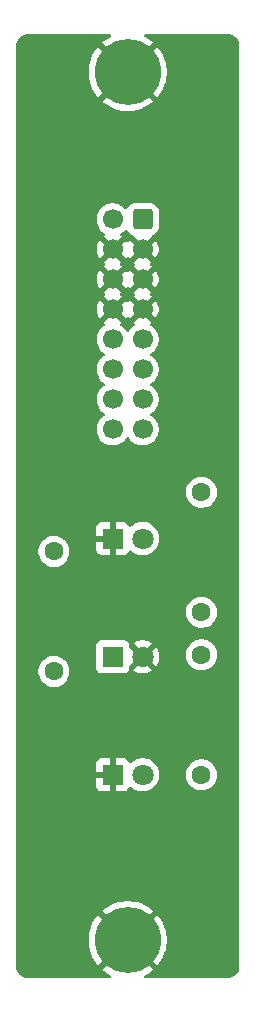
<source format=gbl>
%TF.GenerationSoftware,KiCad,Pcbnew,9.0.3*%
%TF.CreationDate,2026-01-03T20:08:18+00:00*%
%TF.ProjectId,input-panel,696e7075-742d-4706-916e-656c2e6b6963,rev?*%
%TF.SameCoordinates,Original*%
%TF.FileFunction,Copper,L2,Bot*%
%TF.FilePolarity,Positive*%
%FSLAX46Y46*%
G04 Gerber Fmt 4.6, Leading zero omitted, Abs format (unit mm)*
G04 Created by KiCad (PCBNEW 9.0.3) date 2026-01-03 20:08:18*
%MOMM*%
%LPD*%
G01*
G04 APERTURE LIST*
G04 Aperture macros list*
%AMRoundRect*
0 Rectangle with rounded corners*
0 $1 Rounding radius*
0 $2 $3 $4 $5 $6 $7 $8 $9 X,Y pos of 4 corners*
0 Add a 4 corners polygon primitive as box body*
4,1,4,$2,$3,$4,$5,$6,$7,$8,$9,$2,$3,0*
0 Add four circle primitives for the rounded corners*
1,1,$1+$1,$2,$3*
1,1,$1+$1,$4,$5*
1,1,$1+$1,$6,$7*
1,1,$1+$1,$8,$9*
0 Add four rect primitives between the rounded corners*
20,1,$1+$1,$2,$3,$4,$5,0*
20,1,$1+$1,$4,$5,$6,$7,0*
20,1,$1+$1,$6,$7,$8,$9,0*
20,1,$1+$1,$8,$9,$2,$3,0*%
G04 Aperture macros list end*
%TA.AperFunction,ComponentPad*%
%ADD10C,1.600000*%
%TD*%
%TA.AperFunction,ComponentPad*%
%ADD11C,5.600000*%
%TD*%
%TA.AperFunction,ComponentPad*%
%ADD12R,1.800000X1.800000*%
%TD*%
%TA.AperFunction,ComponentPad*%
%ADD13C,1.800000*%
%TD*%
%TA.AperFunction,ComponentPad*%
%ADD14RoundRect,0.250000X0.600000X0.600000X-0.600000X0.600000X-0.600000X-0.600000X0.600000X-0.600000X0*%
%TD*%
%TA.AperFunction,ComponentPad*%
%ADD15C,1.700000*%
%TD*%
G04 APERTURE END LIST*
D10*
%TO.P,R4,1*%
%TO.N,+5V*%
X91250000Y-126090000D03*
%TO.P,R4,2*%
%TO.N,Net-(D5-A)*%
X91250000Y-136250000D03*
%TD*%
D11*
%TO.P,H1,1,1*%
%TO.N,GND*%
X85000000Y-76750000D03*
%TD*%
D10*
%TO.P,R3,1*%
%TO.N,Net-(D4-K)*%
X78750000Y-127500000D03*
%TO.P,R3,2*%
%TO.N,-12V*%
X78750000Y-117340000D03*
%TD*%
D12*
%TO.P,D5,1,K*%
%TO.N,GND*%
X83725000Y-136250000D03*
D13*
%TO.P,D5,2,A*%
%TO.N,Net-(D5-A)*%
X86265000Y-136250000D03*
%TD*%
D10*
%TO.P,R2,1*%
%TO.N,+12V*%
X91250000Y-112340000D03*
%TO.P,R2,2*%
%TO.N,Net-(D3-A)*%
X91250000Y-122500000D03*
%TD*%
D12*
%TO.P,D3,1,K*%
%TO.N,GND*%
X83725000Y-116250000D03*
D13*
%TO.P,D3,2,A*%
%TO.N,Net-(D3-A)*%
X86265000Y-116250000D03*
%TD*%
D12*
%TO.P,D4,1,K*%
%TO.N,Net-(D4-K)*%
X83725000Y-126250000D03*
D13*
%TO.P,D4,2,A*%
%TO.N,GND*%
X86265000Y-126250000D03*
%TD*%
D11*
%TO.P,H2,1,1*%
%TO.N,GND*%
X85000000Y-150250000D03*
%TD*%
D14*
%TO.P,J4,1,-12V*%
%TO.N,-12V*%
X86270000Y-89222500D03*
D15*
%TO.P,J4,2,-12V*%
X83730000Y-89222500D03*
%TO.P,J4,3,GND*%
%TO.N,GND*%
X86270000Y-91762500D03*
%TO.P,J4,4,GND*%
X83730000Y-91762500D03*
%TO.P,J4,5,GND*%
X86270000Y-94302500D03*
%TO.P,J4,6,GND*%
X83730000Y-94302500D03*
%TO.P,J4,7,GND*%
X86270000Y-96842500D03*
%TO.P,J4,8,GND*%
X83730000Y-96842500D03*
%TO.P,J4,9,+12V*%
%TO.N,+12V*%
X86270000Y-99382500D03*
%TO.P,J4,10,+12V*%
X83730000Y-99382500D03*
%TO.P,J4,11,+5V*%
%TO.N,+5V*%
X86270000Y-101922500D03*
%TO.P,J4,12,+5V*%
X83730000Y-101922500D03*
%TO.P,J4,13,CV*%
%TO.N,unconnected-(J4B-CV-Pad13)_1*%
X86270000Y-104462500D03*
%TO.P,J4,14,CV*%
%TO.N,unconnected-(J4B-CV-Pad13)*%
X83730000Y-104462500D03*
%TO.P,J4,15,Gate*%
%TO.N,unconnected-(J4B-Gate-Pad15)*%
X86270000Y-107002500D03*
%TO.P,J4,16,Gate*%
%TO.N,unconnected-(J4B-Gate-Pad15)_1*%
X83730000Y-107002500D03*
%TD*%
%TA.AperFunction,Conductor*%
%TO.N,GND*%
G36*
X85804075Y-97035493D02*
G01*
X85869901Y-97149507D01*
X85962993Y-97242599D01*
X86077007Y-97308425D01*
X86140590Y-97325462D01*
X85508282Y-97957769D01*
X85508282Y-97957770D01*
X85562449Y-97997124D01*
X85562682Y-97997243D01*
X85562755Y-97997312D01*
X85566604Y-97999671D01*
X85566108Y-98000479D01*
X85613479Y-98045216D01*
X85630275Y-98113037D01*
X85607739Y-98179172D01*
X85562693Y-98218209D01*
X85557994Y-98220603D01*
X85384993Y-98346296D01*
X85233796Y-98497493D01*
X85108105Y-98670491D01*
X85105727Y-98674373D01*
X85053914Y-98721248D01*
X84984984Y-98732669D01*
X84920822Y-98705012D01*
X84894273Y-98674373D01*
X84891894Y-98670491D01*
X84891893Y-98670490D01*
X84766206Y-98497496D01*
X84615004Y-98346294D01*
X84442009Y-98220606D01*
X84442010Y-98220606D01*
X84442008Y-98220605D01*
X84437311Y-98218212D01*
X84386517Y-98170235D01*
X84369724Y-98102414D01*
X84392264Y-98036280D01*
X84433790Y-98000301D01*
X84433402Y-97999668D01*
X84437229Y-97997322D01*
X84437327Y-97997238D01*
X84437556Y-97997121D01*
X84491716Y-97957770D01*
X84491717Y-97957770D01*
X83859408Y-97325462D01*
X83922993Y-97308425D01*
X84037007Y-97242599D01*
X84130099Y-97149507D01*
X84195925Y-97035493D01*
X84212962Y-96971908D01*
X84845270Y-97604217D01*
X84845270Y-97604216D01*
X84884622Y-97550054D01*
X84889514Y-97540454D01*
X84937488Y-97489657D01*
X85005308Y-97472861D01*
X85071444Y-97495397D01*
X85110486Y-97540454D01*
X85115375Y-97550050D01*
X85154728Y-97604216D01*
X85787037Y-96971908D01*
X85804075Y-97035493D01*
G37*
%TD.AperFunction*%
%TA.AperFunction,Conductor*%
G36*
X85804075Y-94495493D02*
G01*
X85869901Y-94609507D01*
X85962993Y-94702599D01*
X86077007Y-94768425D01*
X86140590Y-94785462D01*
X85508282Y-95417769D01*
X85508282Y-95417770D01*
X85562452Y-95457126D01*
X85572048Y-95462016D01*
X85622844Y-95509991D01*
X85639638Y-95577812D01*
X85617100Y-95643947D01*
X85572051Y-95682983D01*
X85562440Y-95687880D01*
X85508282Y-95727227D01*
X85508282Y-95727228D01*
X86140591Y-96359537D01*
X86077007Y-96376575D01*
X85962993Y-96442401D01*
X85869901Y-96535493D01*
X85804075Y-96649507D01*
X85787037Y-96713091D01*
X85154728Y-96080782D01*
X85154727Y-96080782D01*
X85115380Y-96134940D01*
X85110483Y-96144551D01*
X85062506Y-96195345D01*
X84994684Y-96212138D01*
X84928550Y-96189598D01*
X84889516Y-96144548D01*
X84884626Y-96134952D01*
X84845270Y-96080782D01*
X84845269Y-96080782D01*
X84212962Y-96713090D01*
X84195925Y-96649507D01*
X84130099Y-96535493D01*
X84037007Y-96442401D01*
X83922993Y-96376575D01*
X83859409Y-96359537D01*
X84491716Y-95727228D01*
X84437550Y-95687875D01*
X84427954Y-95682986D01*
X84377157Y-95635012D01*
X84360361Y-95567192D01*
X84381288Y-95503395D01*
X84460027Y-95386081D01*
X83859408Y-94785462D01*
X83922993Y-94768425D01*
X84037007Y-94702599D01*
X84130099Y-94609507D01*
X84195925Y-94495493D01*
X84212962Y-94431908D01*
X84845270Y-95064217D01*
X84845270Y-95064216D01*
X84884622Y-95010054D01*
X84889514Y-95000454D01*
X84937488Y-94949657D01*
X85005308Y-94932861D01*
X85071444Y-94955397D01*
X85110486Y-95000454D01*
X85115375Y-95010050D01*
X85154728Y-95064216D01*
X85787037Y-94431908D01*
X85804075Y-94495493D01*
G37*
%TD.AperFunction*%
%TA.AperFunction,Conductor*%
G36*
X85804075Y-91955493D02*
G01*
X85869901Y-92069507D01*
X85962993Y-92162599D01*
X86077007Y-92228425D01*
X86140590Y-92245462D01*
X85508282Y-92877769D01*
X85508282Y-92877770D01*
X85562452Y-92917126D01*
X85572048Y-92922016D01*
X85622844Y-92969991D01*
X85639638Y-93037812D01*
X85617100Y-93103947D01*
X85572051Y-93142983D01*
X85562440Y-93147880D01*
X85508282Y-93187227D01*
X85508282Y-93187228D01*
X86140591Y-93819537D01*
X86077007Y-93836575D01*
X85962993Y-93902401D01*
X85869901Y-93995493D01*
X85804075Y-94109507D01*
X85787037Y-94173091D01*
X85154728Y-93540782D01*
X85154727Y-93540782D01*
X85115380Y-93594940D01*
X85110483Y-93604551D01*
X85062506Y-93655345D01*
X84994684Y-93672138D01*
X84928550Y-93649598D01*
X84889516Y-93604548D01*
X84884626Y-93594952D01*
X84845270Y-93540782D01*
X84845269Y-93540782D01*
X84212962Y-94173090D01*
X84195925Y-94109507D01*
X84130099Y-93995493D01*
X84037007Y-93902401D01*
X83922993Y-93836575D01*
X83859409Y-93819537D01*
X84491716Y-93187228D01*
X84437550Y-93147875D01*
X84427954Y-93142986D01*
X84377157Y-93095012D01*
X84360361Y-93027192D01*
X84381288Y-92963395D01*
X84460027Y-92846081D01*
X83859408Y-92245462D01*
X83922993Y-92228425D01*
X84037007Y-92162599D01*
X84130099Y-92069507D01*
X84195925Y-91955493D01*
X84212962Y-91891908D01*
X84845270Y-92524217D01*
X84845270Y-92524216D01*
X84884622Y-92470054D01*
X84889514Y-92460454D01*
X84937488Y-92409657D01*
X85005308Y-92392861D01*
X85071444Y-92415397D01*
X85110486Y-92460454D01*
X85115375Y-92470050D01*
X85154728Y-92524216D01*
X85787037Y-91891908D01*
X85804075Y-91955493D01*
G37*
%TD.AperFunction*%
%TA.AperFunction,Conductor*%
G36*
X84954297Y-90105364D02*
G01*
X84973711Y-90139218D01*
X84974835Y-90138695D01*
X84977884Y-90145235D01*
X84977885Y-90145238D01*
X85070970Y-90296152D01*
X85196348Y-90421530D01*
X85347262Y-90514615D01*
X85422123Y-90539421D01*
X85479568Y-90579194D01*
X85506391Y-90643709D01*
X85506415Y-90645361D01*
X86140591Y-91279537D01*
X86077007Y-91296575D01*
X85962993Y-91362401D01*
X85869901Y-91455493D01*
X85804075Y-91569507D01*
X85787037Y-91633091D01*
X85154728Y-91000782D01*
X85154727Y-91000782D01*
X85115380Y-91054940D01*
X85110483Y-91064551D01*
X85062506Y-91115345D01*
X84994684Y-91132138D01*
X84928550Y-91109598D01*
X84889516Y-91064548D01*
X84884626Y-91054952D01*
X84845270Y-91000782D01*
X84845269Y-91000782D01*
X84212962Y-91633090D01*
X84195925Y-91569507D01*
X84130099Y-91455493D01*
X84037007Y-91362401D01*
X83922993Y-91296575D01*
X83859409Y-91279537D01*
X84491716Y-90647228D01*
X84437547Y-90607873D01*
X84437545Y-90607871D01*
X84437308Y-90607751D01*
X84437234Y-90607681D01*
X84433396Y-90605329D01*
X84433890Y-90604522D01*
X84386515Y-90559774D01*
X84369724Y-90491951D01*
X84392266Y-90425818D01*
X84437319Y-90386783D01*
X84442009Y-90384394D01*
X84615004Y-90258706D01*
X84766206Y-90107504D01*
X84766218Y-90107487D01*
X84766876Y-90106718D01*
X84767210Y-90106499D01*
X84769651Y-90104059D01*
X84770163Y-90104571D01*
X84825380Y-90068520D01*
X84895247Y-90068016D01*
X84954297Y-90105364D01*
G37*
%TD.AperFunction*%
%TA.AperFunction,Conductor*%
G36*
X83548393Y-73574985D02*
G01*
X83594148Y-73627789D01*
X83604092Y-73696947D01*
X83575067Y-73760503D01*
X83539807Y-73788658D01*
X83301419Y-73916079D01*
X83301401Y-73916090D01*
X83031829Y-74096212D01*
X83031815Y-74096222D01*
X82849444Y-74245890D01*
X82849443Y-74245891D01*
X84059301Y-75455748D01*
X83957670Y-75529588D01*
X83779588Y-75707670D01*
X83705748Y-75809301D01*
X82495891Y-74599443D01*
X82495890Y-74599444D01*
X82346222Y-74781815D01*
X82346212Y-74781829D01*
X82166090Y-75051401D01*
X82166079Y-75051419D01*
X82013240Y-75337359D01*
X82013238Y-75337364D01*
X81889157Y-75636921D01*
X81795033Y-75947207D01*
X81795030Y-75947218D01*
X81731782Y-76265198D01*
X81731779Y-76265215D01*
X81700000Y-76587884D01*
X81700000Y-76912115D01*
X81731779Y-77234784D01*
X81731782Y-77234801D01*
X81795030Y-77552781D01*
X81795033Y-77552792D01*
X81889157Y-77863078D01*
X82013238Y-78162635D01*
X82013240Y-78162640D01*
X82166079Y-78448580D01*
X82166090Y-78448598D01*
X82346212Y-78718170D01*
X82346222Y-78718184D01*
X82495890Y-78900554D01*
X82495891Y-78900555D01*
X83705747Y-77690698D01*
X83779588Y-77792330D01*
X83957670Y-77970412D01*
X84059300Y-78044251D01*
X82849443Y-79254107D01*
X82849444Y-79254108D01*
X83031815Y-79403777D01*
X83031829Y-79403787D01*
X83301401Y-79583909D01*
X83301419Y-79583920D01*
X83587359Y-79736759D01*
X83587364Y-79736761D01*
X83886921Y-79860842D01*
X84197207Y-79954966D01*
X84197218Y-79954969D01*
X84515198Y-80018217D01*
X84515215Y-80018220D01*
X84837884Y-80050000D01*
X85162116Y-80050000D01*
X85484784Y-80018220D01*
X85484801Y-80018217D01*
X85802781Y-79954969D01*
X85802792Y-79954966D01*
X86113078Y-79860842D01*
X86412635Y-79736761D01*
X86412640Y-79736759D01*
X86698580Y-79583920D01*
X86698598Y-79583909D01*
X86968170Y-79403787D01*
X86968183Y-79403777D01*
X87150554Y-79254108D01*
X87150554Y-79254107D01*
X85940698Y-78044251D01*
X86042330Y-77970412D01*
X86220412Y-77792330D01*
X86294251Y-77690698D01*
X87504107Y-78900554D01*
X87504108Y-78900554D01*
X87653777Y-78718183D01*
X87653787Y-78718170D01*
X87833909Y-78448598D01*
X87833920Y-78448580D01*
X87986759Y-78162640D01*
X87986761Y-78162635D01*
X88110842Y-77863078D01*
X88204966Y-77552792D01*
X88204969Y-77552781D01*
X88268217Y-77234801D01*
X88268220Y-77234784D01*
X88300000Y-76912115D01*
X88300000Y-76587884D01*
X88268220Y-76265215D01*
X88268217Y-76265198D01*
X88204969Y-75947218D01*
X88204966Y-75947207D01*
X88110842Y-75636921D01*
X87986761Y-75337364D01*
X87986759Y-75337359D01*
X87833920Y-75051419D01*
X87833909Y-75051401D01*
X87653787Y-74781829D01*
X87653777Y-74781815D01*
X87504108Y-74599444D01*
X87504107Y-74599443D01*
X86294250Y-75809299D01*
X86220412Y-75707670D01*
X86042330Y-75529588D01*
X85940697Y-75455747D01*
X87150555Y-74245891D01*
X87150554Y-74245890D01*
X86968184Y-74096222D01*
X86968170Y-74096212D01*
X86698598Y-73916090D01*
X86698580Y-73916079D01*
X86460193Y-73788658D01*
X86410348Y-73739696D01*
X86394888Y-73671558D01*
X86418720Y-73605878D01*
X86474278Y-73563510D01*
X86518646Y-73555300D01*
X93451645Y-73555300D01*
X93494588Y-73555300D01*
X93505395Y-73555772D01*
X93653239Y-73568706D01*
X93674516Y-73572457D01*
X93812628Y-73609464D01*
X93832938Y-73616857D01*
X93962515Y-73677280D01*
X93981233Y-73688087D01*
X94098357Y-73770098D01*
X94114915Y-73783992D01*
X94216007Y-73885084D01*
X94229901Y-73901642D01*
X94311912Y-74018766D01*
X94322719Y-74037484D01*
X94383142Y-74167061D01*
X94390535Y-74187372D01*
X94427540Y-74325476D01*
X94431293Y-74346762D01*
X94444228Y-74494603D01*
X94444700Y-74505411D01*
X94444700Y-152494588D01*
X94444228Y-152505395D01*
X94444228Y-152505396D01*
X94431293Y-152653237D01*
X94427540Y-152674523D01*
X94390535Y-152812627D01*
X94383142Y-152832938D01*
X94322719Y-152962515D01*
X94311912Y-152981233D01*
X94229901Y-153098357D01*
X94216007Y-153114915D01*
X94114915Y-153216007D01*
X94098357Y-153229901D01*
X93981233Y-153311912D01*
X93962515Y-153322719D01*
X93832938Y-153383142D01*
X93812627Y-153390535D01*
X93674523Y-153427540D01*
X93653237Y-153431293D01*
X93524760Y-153442533D01*
X93505394Y-153444228D01*
X93494588Y-153444700D01*
X86518646Y-153444700D01*
X86451607Y-153425015D01*
X86405852Y-153372211D01*
X86395908Y-153303053D01*
X86424933Y-153239497D01*
X86460193Y-153211342D01*
X86698580Y-153083920D01*
X86698598Y-153083909D01*
X86968170Y-152903787D01*
X86968183Y-152903777D01*
X87150554Y-152754108D01*
X87150554Y-152754107D01*
X85940698Y-151544251D01*
X86042330Y-151470412D01*
X86220412Y-151292330D01*
X86294251Y-151190698D01*
X87504107Y-152400554D01*
X87504108Y-152400554D01*
X87653777Y-152218183D01*
X87653787Y-152218170D01*
X87833909Y-151948598D01*
X87833920Y-151948580D01*
X87986759Y-151662640D01*
X87986761Y-151662635D01*
X88110842Y-151363078D01*
X88204966Y-151052792D01*
X88204969Y-151052781D01*
X88268217Y-150734801D01*
X88268220Y-150734784D01*
X88300000Y-150412115D01*
X88300000Y-150087884D01*
X88268220Y-149765215D01*
X88268217Y-149765198D01*
X88204969Y-149447218D01*
X88204966Y-149447207D01*
X88110842Y-149136921D01*
X87986761Y-148837364D01*
X87986759Y-148837359D01*
X87833920Y-148551419D01*
X87833909Y-148551401D01*
X87653787Y-148281829D01*
X87653777Y-148281815D01*
X87504108Y-148099444D01*
X87504107Y-148099443D01*
X86294250Y-149309299D01*
X86220412Y-149207670D01*
X86042330Y-149029588D01*
X85940697Y-148955747D01*
X87150555Y-147745891D01*
X87150554Y-147745890D01*
X86968184Y-147596222D01*
X86968170Y-147596212D01*
X86698598Y-147416090D01*
X86698580Y-147416079D01*
X86412640Y-147263240D01*
X86412635Y-147263238D01*
X86113078Y-147139157D01*
X85802792Y-147045033D01*
X85802781Y-147045030D01*
X85484801Y-146981782D01*
X85484784Y-146981779D01*
X85162116Y-146950000D01*
X84837884Y-146950000D01*
X84515215Y-146981779D01*
X84515198Y-146981782D01*
X84197218Y-147045030D01*
X84197207Y-147045033D01*
X83886921Y-147139157D01*
X83587364Y-147263238D01*
X83587359Y-147263240D01*
X83301419Y-147416079D01*
X83301401Y-147416090D01*
X83031829Y-147596212D01*
X83031815Y-147596222D01*
X82849444Y-147745890D01*
X82849443Y-147745891D01*
X84059301Y-148955748D01*
X83957670Y-149029588D01*
X83779588Y-149207670D01*
X83705748Y-149309301D01*
X82495891Y-148099443D01*
X82495890Y-148099444D01*
X82346222Y-148281815D01*
X82346212Y-148281829D01*
X82166090Y-148551401D01*
X82166079Y-148551419D01*
X82013240Y-148837359D01*
X82013238Y-148837364D01*
X81889157Y-149136921D01*
X81795033Y-149447207D01*
X81795030Y-149447218D01*
X81731782Y-149765198D01*
X81731779Y-149765215D01*
X81700000Y-150087884D01*
X81700000Y-150412115D01*
X81731779Y-150734784D01*
X81731782Y-150734801D01*
X81795030Y-151052781D01*
X81795033Y-151052792D01*
X81889157Y-151363078D01*
X82013238Y-151662635D01*
X82013240Y-151662640D01*
X82166079Y-151948580D01*
X82166090Y-151948598D01*
X82346212Y-152218170D01*
X82346222Y-152218184D01*
X82495890Y-152400554D01*
X82495891Y-152400555D01*
X83705747Y-151190698D01*
X83779588Y-151292330D01*
X83957670Y-151470412D01*
X84059300Y-151544251D01*
X82849443Y-152754107D01*
X82849444Y-152754108D01*
X83031815Y-152903777D01*
X83031829Y-152903787D01*
X83301401Y-153083909D01*
X83301419Y-153083920D01*
X83539807Y-153211342D01*
X83589652Y-153260304D01*
X83605112Y-153328442D01*
X83581280Y-153394122D01*
X83525722Y-153436490D01*
X83481354Y-153444700D01*
X76505412Y-153444700D01*
X76494605Y-153444228D01*
X76472272Y-153442274D01*
X76346762Y-153431293D01*
X76325476Y-153427540D01*
X76187372Y-153390535D01*
X76167061Y-153383142D01*
X76037484Y-153322719D01*
X76018766Y-153311912D01*
X75901642Y-153229901D01*
X75885084Y-153216007D01*
X75783992Y-153114915D01*
X75770098Y-153098357D01*
X75688087Y-152981233D01*
X75677280Y-152962515D01*
X75616857Y-152832938D01*
X75609464Y-152812627D01*
X75593784Y-152754107D01*
X75572457Y-152674516D01*
X75568706Y-152653236D01*
X75555772Y-152505395D01*
X75555300Y-152494588D01*
X75555300Y-135302155D01*
X82325000Y-135302155D01*
X82325000Y-136000000D01*
X83349722Y-136000000D01*
X83305667Y-136076306D01*
X83275000Y-136190756D01*
X83275000Y-136309244D01*
X83305667Y-136423694D01*
X83349722Y-136500000D01*
X82325000Y-136500000D01*
X82325000Y-137197844D01*
X82331401Y-137257372D01*
X82331403Y-137257379D01*
X82381645Y-137392086D01*
X82381649Y-137392093D01*
X82467809Y-137507187D01*
X82467812Y-137507190D01*
X82582906Y-137593350D01*
X82582913Y-137593354D01*
X82717620Y-137643596D01*
X82717627Y-137643598D01*
X82777155Y-137649999D01*
X82777172Y-137650000D01*
X83475000Y-137650000D01*
X83475000Y-136625277D01*
X83551306Y-136669333D01*
X83665756Y-136700000D01*
X83784244Y-136700000D01*
X83898694Y-136669333D01*
X83975000Y-136625277D01*
X83975000Y-137650000D01*
X84672828Y-137650000D01*
X84672844Y-137649999D01*
X84732372Y-137643598D01*
X84732379Y-137643596D01*
X84867086Y-137593354D01*
X84867093Y-137593350D01*
X84982187Y-137507190D01*
X84982190Y-137507187D01*
X85068350Y-137392093D01*
X85068354Y-137392086D01*
X85095140Y-137320270D01*
X85137011Y-137264336D01*
X85202475Y-137239919D01*
X85270748Y-137254770D01*
X85299003Y-137275922D01*
X85347424Y-137324343D01*
X85526785Y-137454657D01*
X85620114Y-137502210D01*
X85724319Y-137555306D01*
X85724321Y-137555306D01*
X85724324Y-137555308D01*
X85935176Y-137623818D01*
X86154149Y-137658500D01*
X86154150Y-137658500D01*
X86375850Y-137658500D01*
X86375851Y-137658500D01*
X86594824Y-137623818D01*
X86805676Y-137555308D01*
X87003215Y-137454657D01*
X87182576Y-137324343D01*
X87339343Y-137167576D01*
X87469657Y-136988215D01*
X87570308Y-136790676D01*
X87638818Y-136579824D01*
X87673500Y-136360851D01*
X87673500Y-136147019D01*
X89941500Y-136147019D01*
X89941500Y-136352981D01*
X89945905Y-136380794D01*
X89973719Y-136556408D01*
X90037367Y-136752294D01*
X90130873Y-136935806D01*
X90251926Y-137102423D01*
X90251930Y-137102428D01*
X90397571Y-137248069D01*
X90397576Y-137248073D01*
X90496948Y-137320270D01*
X90564197Y-137369129D01*
X90681128Y-137428709D01*
X90747705Y-137462632D01*
X90747707Y-137462632D01*
X90747710Y-137462634D01*
X90852707Y-137496749D01*
X90943591Y-137526280D01*
X91045305Y-137542390D01*
X91147019Y-137558500D01*
X91147020Y-137558500D01*
X91352980Y-137558500D01*
X91352981Y-137558500D01*
X91556408Y-137526280D01*
X91752290Y-137462634D01*
X91935803Y-137369129D01*
X92102430Y-137248068D01*
X92248068Y-137102430D01*
X92369129Y-136935803D01*
X92462634Y-136752290D01*
X92526280Y-136556408D01*
X92558500Y-136352981D01*
X92558500Y-136147019D01*
X92526280Y-135943592D01*
X92518671Y-135920175D01*
X92462632Y-135747705D01*
X92428709Y-135681128D01*
X92369129Y-135564197D01*
X92331049Y-135511784D01*
X92248073Y-135397576D01*
X92248069Y-135397571D01*
X92102428Y-135251930D01*
X92102423Y-135251926D01*
X91935806Y-135130873D01*
X91935805Y-135130872D01*
X91935803Y-135130871D01*
X91878496Y-135101671D01*
X91752294Y-135037367D01*
X91556408Y-134973719D01*
X91380794Y-134945905D01*
X91352981Y-134941500D01*
X91147019Y-134941500D01*
X91122550Y-134945375D01*
X90943591Y-134973719D01*
X90747705Y-135037367D01*
X90564193Y-135130873D01*
X90397576Y-135251926D01*
X90397571Y-135251930D01*
X90251930Y-135397571D01*
X90251926Y-135397576D01*
X90130873Y-135564193D01*
X90037367Y-135747705D01*
X89973719Y-135943591D01*
X89952700Y-136076306D01*
X89941500Y-136147019D01*
X87673500Y-136147019D01*
X87673500Y-136139149D01*
X87638818Y-135920176D01*
X87570308Y-135709324D01*
X87570306Y-135709321D01*
X87570306Y-135709319D01*
X87469656Y-135511784D01*
X87339343Y-135332424D01*
X87182576Y-135175657D01*
X87003215Y-135045343D01*
X86987559Y-135037366D01*
X86805680Y-134944693D01*
X86594824Y-134876182D01*
X86375851Y-134841500D01*
X86154149Y-134841500D01*
X86044662Y-134858841D01*
X85935175Y-134876182D01*
X85724319Y-134944693D01*
X85526784Y-135045343D01*
X85440675Y-135107906D01*
X85347424Y-135175657D01*
X85347422Y-135175659D01*
X85347420Y-135175660D01*
X85299002Y-135224078D01*
X85237679Y-135257562D01*
X85167987Y-135252577D01*
X85112054Y-135210705D01*
X85095140Y-135179729D01*
X85068354Y-135107913D01*
X85068350Y-135107906D01*
X84982190Y-134992812D01*
X84982187Y-134992809D01*
X84867093Y-134906649D01*
X84867086Y-134906645D01*
X84732379Y-134856403D01*
X84732372Y-134856401D01*
X84672844Y-134850000D01*
X83975000Y-134850000D01*
X83975000Y-135874722D01*
X83898694Y-135830667D01*
X83784244Y-135800000D01*
X83665756Y-135800000D01*
X83551306Y-135830667D01*
X83475000Y-135874722D01*
X83475000Y-134850000D01*
X82777155Y-134850000D01*
X82717627Y-134856401D01*
X82717620Y-134856403D01*
X82582913Y-134906645D01*
X82582906Y-134906649D01*
X82467812Y-134992809D01*
X82467809Y-134992812D01*
X82381649Y-135107906D01*
X82381645Y-135107913D01*
X82331403Y-135242620D01*
X82331401Y-135242627D01*
X82325000Y-135302155D01*
X75555300Y-135302155D01*
X75555300Y-127397019D01*
X77441500Y-127397019D01*
X77441500Y-127602980D01*
X77473719Y-127806408D01*
X77537367Y-128002294D01*
X77630873Y-128185806D01*
X77751926Y-128352423D01*
X77751930Y-128352428D01*
X77897571Y-128498069D01*
X77897576Y-128498073D01*
X78042908Y-128603661D01*
X78064197Y-128619129D01*
X78181128Y-128678709D01*
X78247705Y-128712632D01*
X78247707Y-128712632D01*
X78247710Y-128712634D01*
X78352707Y-128746749D01*
X78443591Y-128776280D01*
X78545305Y-128792390D01*
X78647019Y-128808500D01*
X78647020Y-128808500D01*
X78852980Y-128808500D01*
X78852981Y-128808500D01*
X79056408Y-128776280D01*
X79252290Y-128712634D01*
X79435803Y-128619129D01*
X79602430Y-128498068D01*
X79748068Y-128352430D01*
X79869129Y-128185803D01*
X79962634Y-128002290D01*
X80026280Y-127806408D01*
X80058500Y-127602981D01*
X80058500Y-127397019D01*
X80028741Y-127209129D01*
X80026280Y-127193591D01*
X79978816Y-127047513D01*
X79962634Y-126997710D01*
X79962632Y-126997707D01*
X79962632Y-126997705D01*
X79928709Y-126931128D01*
X79869129Y-126814197D01*
X79849667Y-126787410D01*
X79748073Y-126647576D01*
X79748069Y-126647571D01*
X79602428Y-126501930D01*
X79602423Y-126501926D01*
X79435806Y-126380873D01*
X79435805Y-126380872D01*
X79435803Y-126380871D01*
X79378496Y-126351671D01*
X79252294Y-126287367D01*
X79056408Y-126223719D01*
X78880794Y-126195905D01*
X78852981Y-126191500D01*
X78647019Y-126191500D01*
X78622550Y-126195375D01*
X78443591Y-126223719D01*
X78247705Y-126287367D01*
X78064193Y-126380873D01*
X77897576Y-126501926D01*
X77897571Y-126501930D01*
X77751930Y-126647571D01*
X77751926Y-126647576D01*
X77630873Y-126814193D01*
X77537367Y-126997705D01*
X77473719Y-127193591D01*
X77441500Y-127397019D01*
X75555300Y-127397019D01*
X75555300Y-125301345D01*
X82316500Y-125301345D01*
X82316500Y-127198654D01*
X82323011Y-127259202D01*
X82323011Y-127259204D01*
X82342134Y-127310472D01*
X82374111Y-127396204D01*
X82461739Y-127513261D01*
X82578796Y-127600889D01*
X82715799Y-127651989D01*
X82743050Y-127654918D01*
X82776345Y-127658499D01*
X82776362Y-127658500D01*
X84673638Y-127658500D01*
X84673654Y-127658499D01*
X84700692Y-127655591D01*
X84734201Y-127651989D01*
X84871204Y-127600889D01*
X84988261Y-127513261D01*
X85075889Y-127396204D01*
X85126989Y-127259201D01*
X85130591Y-127225692D01*
X85133499Y-127198654D01*
X85133500Y-127198637D01*
X85133500Y-127079308D01*
X85153185Y-127012269D01*
X85169819Y-126991627D01*
X85822861Y-126338584D01*
X85845667Y-126423694D01*
X85904910Y-126526306D01*
X85988694Y-126610090D01*
X86091306Y-126669333D01*
X86176414Y-126692137D01*
X85467485Y-127401065D01*
X85467485Y-127401066D01*
X85531243Y-127447388D01*
X85727589Y-127547432D01*
X85937164Y-127615526D01*
X86154819Y-127650000D01*
X86375181Y-127650000D01*
X86592835Y-127615526D01*
X86802410Y-127547432D01*
X86998760Y-127447386D01*
X87062513Y-127401066D01*
X87062514Y-127401066D01*
X86353585Y-126692138D01*
X86438694Y-126669333D01*
X86541306Y-126610090D01*
X86625090Y-126526306D01*
X86684333Y-126423694D01*
X86707137Y-126338585D01*
X87416066Y-127047514D01*
X87416066Y-127047513D01*
X87462386Y-126983760D01*
X87562432Y-126787410D01*
X87630526Y-126577835D01*
X87665000Y-126360181D01*
X87665000Y-126139818D01*
X87643100Y-126001545D01*
X87640799Y-125987019D01*
X89941500Y-125987019D01*
X89941500Y-126192980D01*
X89973719Y-126396408D01*
X90037367Y-126592294D01*
X90130873Y-126775806D01*
X90251926Y-126942423D01*
X90251930Y-126942428D01*
X90397571Y-127088069D01*
X90397576Y-127088073D01*
X90542811Y-127193591D01*
X90564197Y-127209129D01*
X90681128Y-127268709D01*
X90747705Y-127302632D01*
X90747707Y-127302632D01*
X90747710Y-127302634D01*
X90852707Y-127336749D01*
X90943591Y-127366280D01*
X91045305Y-127382390D01*
X91147019Y-127398500D01*
X91147020Y-127398500D01*
X91352980Y-127398500D01*
X91352981Y-127398500D01*
X91556408Y-127366280D01*
X91752290Y-127302634D01*
X91935803Y-127209129D01*
X92102430Y-127088068D01*
X92248068Y-126942430D01*
X92369129Y-126775803D01*
X92462634Y-126592290D01*
X92526280Y-126396408D01*
X92558500Y-126192981D01*
X92558500Y-125987019D01*
X92548228Y-125922164D01*
X92526280Y-125783591D01*
X92462632Y-125587705D01*
X92390963Y-125447049D01*
X92369129Y-125404197D01*
X92353661Y-125382908D01*
X92248073Y-125237576D01*
X92248069Y-125237571D01*
X92102428Y-125091930D01*
X92102423Y-125091926D01*
X91935806Y-124970873D01*
X91935805Y-124970872D01*
X91935803Y-124970871D01*
X91878496Y-124941671D01*
X91752294Y-124877367D01*
X91556408Y-124813719D01*
X91380794Y-124785905D01*
X91352981Y-124781500D01*
X91147019Y-124781500D01*
X91122550Y-124785375D01*
X90943591Y-124813719D01*
X90747705Y-124877367D01*
X90564193Y-124970873D01*
X90397576Y-125091926D01*
X90397571Y-125091930D01*
X90251930Y-125237571D01*
X90251926Y-125237576D01*
X90130873Y-125404193D01*
X90037367Y-125587705D01*
X89973719Y-125783591D01*
X89941500Y-125987019D01*
X87640799Y-125987019D01*
X87630526Y-125922164D01*
X87562432Y-125712589D01*
X87462388Y-125516243D01*
X87416066Y-125452485D01*
X87416065Y-125452485D01*
X86707137Y-126161413D01*
X86684333Y-126076306D01*
X86625090Y-125973694D01*
X86541306Y-125889910D01*
X86438694Y-125830667D01*
X86353583Y-125807861D01*
X87062513Y-125098932D01*
X86998756Y-125052611D01*
X86802410Y-124952567D01*
X86592835Y-124884473D01*
X86375181Y-124850000D01*
X86154819Y-124850000D01*
X85937164Y-124884473D01*
X85727589Y-124952567D01*
X85531233Y-125052616D01*
X85467485Y-125098931D01*
X85467485Y-125098932D01*
X86176414Y-125807861D01*
X86091306Y-125830667D01*
X85988694Y-125889910D01*
X85904910Y-125973694D01*
X85845667Y-126076306D01*
X85822861Y-126161414D01*
X85169819Y-125508372D01*
X85136334Y-125447049D01*
X85133500Y-125420691D01*
X85133500Y-125301362D01*
X85133499Y-125301345D01*
X85130157Y-125270270D01*
X85126989Y-125240799D01*
X85075889Y-125103796D01*
X84988261Y-124986739D01*
X84871204Y-124899111D01*
X84734203Y-124848011D01*
X84673654Y-124841500D01*
X84673638Y-124841500D01*
X82776362Y-124841500D01*
X82776345Y-124841500D01*
X82715797Y-124848011D01*
X82715795Y-124848011D01*
X82578795Y-124899111D01*
X82461739Y-124986739D01*
X82374111Y-125103795D01*
X82323011Y-125240795D01*
X82323011Y-125240797D01*
X82316500Y-125301345D01*
X75555300Y-125301345D01*
X75555300Y-122397019D01*
X89941500Y-122397019D01*
X89941500Y-122602980D01*
X89973719Y-122806408D01*
X90037367Y-123002294D01*
X90130873Y-123185806D01*
X90251926Y-123352423D01*
X90251930Y-123352428D01*
X90397571Y-123498069D01*
X90397576Y-123498073D01*
X90542908Y-123603661D01*
X90564197Y-123619129D01*
X90681128Y-123678709D01*
X90747705Y-123712632D01*
X90747707Y-123712632D01*
X90747710Y-123712634D01*
X90852707Y-123746749D01*
X90943591Y-123776280D01*
X91045305Y-123792390D01*
X91147019Y-123808500D01*
X91147020Y-123808500D01*
X91352980Y-123808500D01*
X91352981Y-123808500D01*
X91556408Y-123776280D01*
X91752290Y-123712634D01*
X91935803Y-123619129D01*
X92102430Y-123498068D01*
X92248068Y-123352430D01*
X92369129Y-123185803D01*
X92462634Y-123002290D01*
X92526280Y-122806408D01*
X92558500Y-122602981D01*
X92558500Y-122397019D01*
X92526280Y-122193592D01*
X92462634Y-121997710D01*
X92462632Y-121997707D01*
X92462632Y-121997705D01*
X92428709Y-121931128D01*
X92369129Y-121814197D01*
X92353661Y-121792908D01*
X92248073Y-121647576D01*
X92248069Y-121647571D01*
X92102428Y-121501930D01*
X92102423Y-121501926D01*
X91935806Y-121380873D01*
X91935805Y-121380872D01*
X91935803Y-121380871D01*
X91878496Y-121351671D01*
X91752294Y-121287367D01*
X91556408Y-121223719D01*
X91380794Y-121195905D01*
X91352981Y-121191500D01*
X91147019Y-121191500D01*
X91122550Y-121195375D01*
X90943591Y-121223719D01*
X90747705Y-121287367D01*
X90564193Y-121380873D01*
X90397576Y-121501926D01*
X90397571Y-121501930D01*
X90251930Y-121647571D01*
X90251926Y-121647576D01*
X90130873Y-121814193D01*
X90037367Y-121997705D01*
X89973719Y-122193591D01*
X89941500Y-122397019D01*
X75555300Y-122397019D01*
X75555300Y-117237019D01*
X77441500Y-117237019D01*
X77441500Y-117442980D01*
X77473719Y-117646408D01*
X77537367Y-117842294D01*
X77630873Y-118025806D01*
X77751926Y-118192423D01*
X77751930Y-118192428D01*
X77897571Y-118338069D01*
X77897576Y-118338073D01*
X78042908Y-118443661D01*
X78064197Y-118459129D01*
X78181128Y-118518709D01*
X78247705Y-118552632D01*
X78247707Y-118552632D01*
X78247710Y-118552634D01*
X78352707Y-118586749D01*
X78443591Y-118616280D01*
X78545305Y-118632390D01*
X78647019Y-118648500D01*
X78647020Y-118648500D01*
X78852980Y-118648500D01*
X78852981Y-118648500D01*
X79056408Y-118616280D01*
X79252290Y-118552634D01*
X79435803Y-118459129D01*
X79602430Y-118338068D01*
X79748068Y-118192430D01*
X79869129Y-118025803D01*
X79962634Y-117842290D01*
X80026280Y-117646408D01*
X80058500Y-117442981D01*
X80058500Y-117237019D01*
X80026280Y-117033592D01*
X79962634Y-116837710D01*
X79962632Y-116837707D01*
X79962632Y-116837705D01*
X79928709Y-116771128D01*
X79869129Y-116654197D01*
X79815094Y-116579824D01*
X79772739Y-116521526D01*
X79772736Y-116521523D01*
X79748072Y-116487576D01*
X79748068Y-116487570D01*
X79602430Y-116341932D01*
X79602428Y-116341930D01*
X79602423Y-116341926D01*
X79435806Y-116220873D01*
X79435805Y-116220872D01*
X79435803Y-116220871D01*
X79376699Y-116190756D01*
X79252294Y-116127367D01*
X79056408Y-116063719D01*
X78880794Y-116035905D01*
X78852981Y-116031500D01*
X78647019Y-116031500D01*
X78622550Y-116035375D01*
X78443591Y-116063719D01*
X78247705Y-116127367D01*
X78064193Y-116220873D01*
X77897576Y-116341926D01*
X77897571Y-116341930D01*
X77751930Y-116487571D01*
X77751926Y-116487576D01*
X77630873Y-116654193D01*
X77537367Y-116837705D01*
X77473719Y-117033591D01*
X77441500Y-117237019D01*
X75555300Y-117237019D01*
X75555300Y-115302155D01*
X82325000Y-115302155D01*
X82325000Y-116000000D01*
X83349722Y-116000000D01*
X83305667Y-116076306D01*
X83275000Y-116190756D01*
X83275000Y-116309244D01*
X83305667Y-116423694D01*
X83349722Y-116500000D01*
X82325000Y-116500000D01*
X82325000Y-117197844D01*
X82331401Y-117257372D01*
X82331403Y-117257379D01*
X82381645Y-117392086D01*
X82381649Y-117392093D01*
X82467809Y-117507187D01*
X82467812Y-117507190D01*
X82582906Y-117593350D01*
X82582913Y-117593354D01*
X82717620Y-117643596D01*
X82717627Y-117643598D01*
X82777155Y-117649999D01*
X82777172Y-117650000D01*
X83475000Y-117650000D01*
X83475000Y-116625277D01*
X83551306Y-116669333D01*
X83665756Y-116700000D01*
X83784244Y-116700000D01*
X83898694Y-116669333D01*
X83975000Y-116625277D01*
X83975000Y-117650000D01*
X84672828Y-117650000D01*
X84672844Y-117649999D01*
X84732372Y-117643598D01*
X84732379Y-117643596D01*
X84867086Y-117593354D01*
X84867093Y-117593350D01*
X84982187Y-117507190D01*
X84982190Y-117507187D01*
X85068350Y-117392093D01*
X85068354Y-117392086D01*
X85095140Y-117320270D01*
X85137011Y-117264336D01*
X85202475Y-117239919D01*
X85270748Y-117254770D01*
X85299003Y-117275922D01*
X85347424Y-117324343D01*
X85526785Y-117454657D01*
X85620114Y-117502210D01*
X85724319Y-117555306D01*
X85724321Y-117555306D01*
X85724324Y-117555308D01*
X85935176Y-117623818D01*
X86154149Y-117658500D01*
X86154150Y-117658500D01*
X86375850Y-117658500D01*
X86375851Y-117658500D01*
X86594824Y-117623818D01*
X86805676Y-117555308D01*
X87003215Y-117454657D01*
X87182576Y-117324343D01*
X87339343Y-117167576D01*
X87469657Y-116988215D01*
X87570308Y-116790676D01*
X87638818Y-116579824D01*
X87673500Y-116360851D01*
X87673500Y-116139149D01*
X87638818Y-115920176D01*
X87570308Y-115709324D01*
X87570306Y-115709321D01*
X87570306Y-115709319D01*
X87469656Y-115511784D01*
X87339343Y-115332424D01*
X87182576Y-115175657D01*
X87003215Y-115045343D01*
X86805680Y-114944693D01*
X86594824Y-114876182D01*
X86375851Y-114841500D01*
X86154149Y-114841500D01*
X86044662Y-114858841D01*
X85935175Y-114876182D01*
X85724319Y-114944693D01*
X85526784Y-115045343D01*
X85440675Y-115107906D01*
X85347424Y-115175657D01*
X85347422Y-115175659D01*
X85347420Y-115175660D01*
X85299002Y-115224078D01*
X85237679Y-115257562D01*
X85167987Y-115252577D01*
X85112054Y-115210705D01*
X85095140Y-115179729D01*
X85068354Y-115107913D01*
X85068350Y-115107906D01*
X84982190Y-114992812D01*
X84982187Y-114992809D01*
X84867093Y-114906649D01*
X84867086Y-114906645D01*
X84732379Y-114856403D01*
X84732372Y-114856401D01*
X84672844Y-114850000D01*
X83975000Y-114850000D01*
X83975000Y-115874722D01*
X83898694Y-115830667D01*
X83784244Y-115800000D01*
X83665756Y-115800000D01*
X83551306Y-115830667D01*
X83475000Y-115874722D01*
X83475000Y-114850000D01*
X82777155Y-114850000D01*
X82717627Y-114856401D01*
X82717620Y-114856403D01*
X82582913Y-114906645D01*
X82582906Y-114906649D01*
X82467812Y-114992809D01*
X82467809Y-114992812D01*
X82381649Y-115107906D01*
X82381645Y-115107913D01*
X82331403Y-115242620D01*
X82331401Y-115242627D01*
X82325000Y-115302155D01*
X75555300Y-115302155D01*
X75555300Y-112237019D01*
X89941500Y-112237019D01*
X89941500Y-112442980D01*
X89973719Y-112646408D01*
X90037367Y-112842294D01*
X90130873Y-113025806D01*
X90251926Y-113192423D01*
X90251930Y-113192428D01*
X90397571Y-113338069D01*
X90397576Y-113338073D01*
X90542908Y-113443661D01*
X90564197Y-113459129D01*
X90681128Y-113518709D01*
X90747705Y-113552632D01*
X90747707Y-113552632D01*
X90747710Y-113552634D01*
X90852707Y-113586749D01*
X90943591Y-113616280D01*
X91045305Y-113632390D01*
X91147019Y-113648500D01*
X91147020Y-113648500D01*
X91352980Y-113648500D01*
X91352981Y-113648500D01*
X91556408Y-113616280D01*
X91752290Y-113552634D01*
X91935803Y-113459129D01*
X92102430Y-113338068D01*
X92248068Y-113192430D01*
X92369129Y-113025803D01*
X92462634Y-112842290D01*
X92526280Y-112646408D01*
X92558500Y-112442981D01*
X92558500Y-112237019D01*
X92526280Y-112033592D01*
X92462634Y-111837710D01*
X92462632Y-111837707D01*
X92462632Y-111837705D01*
X92428709Y-111771128D01*
X92369129Y-111654197D01*
X92353661Y-111632908D01*
X92248073Y-111487576D01*
X92248069Y-111487571D01*
X92102428Y-111341930D01*
X92102423Y-111341926D01*
X91935806Y-111220873D01*
X91935805Y-111220872D01*
X91935803Y-111220871D01*
X91878496Y-111191671D01*
X91752294Y-111127367D01*
X91556408Y-111063719D01*
X91380794Y-111035905D01*
X91352981Y-111031500D01*
X91147019Y-111031500D01*
X91122550Y-111035375D01*
X90943591Y-111063719D01*
X90747705Y-111127367D01*
X90564193Y-111220873D01*
X90397576Y-111341926D01*
X90397571Y-111341930D01*
X90251930Y-111487571D01*
X90251926Y-111487576D01*
X90130873Y-111654193D01*
X90037367Y-111837705D01*
X89973719Y-112033591D01*
X89941500Y-112237019D01*
X75555300Y-112237019D01*
X75555300Y-89115584D01*
X82371500Y-89115584D01*
X82371500Y-89329415D01*
X82404951Y-89540617D01*
X82471026Y-89743980D01*
X82471027Y-89743983D01*
X82536788Y-89873045D01*
X82568106Y-89934509D01*
X82693794Y-90107504D01*
X82844996Y-90258706D01*
X83017991Y-90384394D01*
X83022680Y-90386783D01*
X83073478Y-90434754D01*
X83090276Y-90502574D01*
X83067742Y-90568710D01*
X83026205Y-90604709D01*
X83026590Y-90605338D01*
X83022804Y-90607657D01*
X83022702Y-90607746D01*
X83022449Y-90607874D01*
X83022440Y-90607880D01*
X82968282Y-90647227D01*
X82968282Y-90647228D01*
X83600591Y-91279537D01*
X83537007Y-91296575D01*
X83422993Y-91362401D01*
X83329901Y-91455493D01*
X83264075Y-91569507D01*
X83247037Y-91633091D01*
X82614728Y-91000782D01*
X82614727Y-91000782D01*
X82575380Y-91054939D01*
X82478904Y-91244282D01*
X82413242Y-91446369D01*
X82413242Y-91446372D01*
X82380000Y-91656253D01*
X82380000Y-91868746D01*
X82413242Y-92078627D01*
X82413242Y-92078630D01*
X82478904Y-92280717D01*
X82575375Y-92470050D01*
X82614728Y-92524216D01*
X83247037Y-91891908D01*
X83264075Y-91955493D01*
X83329901Y-92069507D01*
X83422993Y-92162599D01*
X83537007Y-92228425D01*
X83600591Y-92245462D01*
X82999971Y-92846081D01*
X83078711Y-92963395D01*
X83079920Y-92967229D01*
X83082844Y-92969991D01*
X83090343Y-93000278D01*
X83099727Y-93030029D01*
X83098671Y-93033908D01*
X83099638Y-93037812D01*
X83089573Y-93067344D01*
X83081383Y-93097447D01*
X83078397Y-93100140D01*
X83077100Y-93103947D01*
X83032051Y-93142983D01*
X83022440Y-93147880D01*
X82968282Y-93187227D01*
X82968282Y-93187228D01*
X83600591Y-93819537D01*
X83537007Y-93836575D01*
X83422993Y-93902401D01*
X83329901Y-93995493D01*
X83264075Y-94109507D01*
X83247037Y-94173091D01*
X82614728Y-93540782D01*
X82614727Y-93540782D01*
X82575380Y-93594939D01*
X82478904Y-93784282D01*
X82413242Y-93986369D01*
X82413242Y-93986372D01*
X82380000Y-94196253D01*
X82380000Y-94408746D01*
X82413242Y-94618627D01*
X82413242Y-94618630D01*
X82478904Y-94820717D01*
X82575375Y-95010050D01*
X82614728Y-95064216D01*
X83247037Y-94431908D01*
X83264075Y-94495493D01*
X83329901Y-94609507D01*
X83422993Y-94702599D01*
X83537007Y-94768425D01*
X83600591Y-94785462D01*
X82999971Y-95386081D01*
X83078711Y-95503395D01*
X83079920Y-95507229D01*
X83082844Y-95509991D01*
X83090343Y-95540278D01*
X83099727Y-95570029D01*
X83098671Y-95573908D01*
X83099638Y-95577812D01*
X83089573Y-95607344D01*
X83081383Y-95637447D01*
X83078397Y-95640140D01*
X83077100Y-95643947D01*
X83032051Y-95682983D01*
X83022440Y-95687880D01*
X82968282Y-95727227D01*
X82968282Y-95727228D01*
X83600591Y-96359537D01*
X83537007Y-96376575D01*
X83422993Y-96442401D01*
X83329901Y-96535493D01*
X83264075Y-96649507D01*
X83247037Y-96713091D01*
X82614728Y-96080782D01*
X82614727Y-96080782D01*
X82575380Y-96134939D01*
X82478904Y-96324282D01*
X82413242Y-96526369D01*
X82413242Y-96526372D01*
X82380000Y-96736253D01*
X82380000Y-96948746D01*
X82413242Y-97158627D01*
X82413242Y-97158630D01*
X82478904Y-97360717D01*
X82575375Y-97550050D01*
X82614728Y-97604216D01*
X83247037Y-96971908D01*
X83264075Y-97035493D01*
X83329901Y-97149507D01*
X83422993Y-97242599D01*
X83537007Y-97308425D01*
X83600590Y-97325462D01*
X82968282Y-97957769D01*
X82968282Y-97957770D01*
X83022449Y-97997124D01*
X83022682Y-97997243D01*
X83022755Y-97997312D01*
X83026604Y-97999671D01*
X83026108Y-98000479D01*
X83073479Y-98045216D01*
X83090275Y-98113037D01*
X83067739Y-98179172D01*
X83022693Y-98218209D01*
X83017994Y-98220603D01*
X82844993Y-98346296D01*
X82693796Y-98497493D01*
X82568106Y-98670490D01*
X82471027Y-98861016D01*
X82471026Y-98861019D01*
X82404951Y-99064382D01*
X82371500Y-99275584D01*
X82371500Y-99489415D01*
X82404951Y-99700617D01*
X82471026Y-99903980D01*
X82471027Y-99903983D01*
X82542245Y-100043754D01*
X82568106Y-100094509D01*
X82693794Y-100267504D01*
X82844996Y-100418706D01*
X83017991Y-100544394D01*
X83021873Y-100546773D01*
X83068748Y-100598586D01*
X83080169Y-100667516D01*
X83052512Y-100731678D01*
X83021873Y-100758227D01*
X83017991Y-100760605D01*
X82844993Y-100886296D01*
X82693796Y-101037493D01*
X82568106Y-101210490D01*
X82471027Y-101401016D01*
X82471026Y-101401019D01*
X82404951Y-101604382D01*
X82371500Y-101815584D01*
X82371500Y-102029415D01*
X82404951Y-102240617D01*
X82471026Y-102443980D01*
X82471027Y-102443983D01*
X82542245Y-102583754D01*
X82568106Y-102634509D01*
X82693794Y-102807504D01*
X82844996Y-102958706D01*
X83017991Y-103084394D01*
X83021873Y-103086773D01*
X83068748Y-103138586D01*
X83080169Y-103207516D01*
X83052512Y-103271678D01*
X83021873Y-103298227D01*
X83017991Y-103300605D01*
X82844993Y-103426296D01*
X82693796Y-103577493D01*
X82568106Y-103750490D01*
X82471027Y-103941016D01*
X82471026Y-103941019D01*
X82404951Y-104144382D01*
X82371500Y-104355584D01*
X82371500Y-104569415D01*
X82404951Y-104780617D01*
X82471026Y-104983980D01*
X82471027Y-104983983D01*
X82542245Y-105123754D01*
X82568106Y-105174509D01*
X82693794Y-105347504D01*
X82844996Y-105498706D01*
X83017991Y-105624394D01*
X83021873Y-105626773D01*
X83068748Y-105678586D01*
X83080169Y-105747516D01*
X83052512Y-105811678D01*
X83021873Y-105838227D01*
X83017991Y-105840605D01*
X82844993Y-105966296D01*
X82693796Y-106117493D01*
X82568106Y-106290490D01*
X82471027Y-106481016D01*
X82471026Y-106481019D01*
X82404951Y-106684382D01*
X82371500Y-106895584D01*
X82371500Y-107109415D01*
X82404951Y-107320617D01*
X82471026Y-107523980D01*
X82471027Y-107523983D01*
X82542245Y-107663754D01*
X82568106Y-107714509D01*
X82693794Y-107887504D01*
X82844996Y-108038706D01*
X83017991Y-108164394D01*
X83111438Y-108212007D01*
X83208516Y-108261472D01*
X83208519Y-108261473D01*
X83310200Y-108294510D01*
X83411884Y-108327549D01*
X83623084Y-108361000D01*
X83623085Y-108361000D01*
X83836915Y-108361000D01*
X83836916Y-108361000D01*
X84048116Y-108327549D01*
X84251483Y-108261472D01*
X84442009Y-108164394D01*
X84615004Y-108038706D01*
X84766206Y-107887504D01*
X84891894Y-107714509D01*
X84891896Y-107714504D01*
X84894270Y-107710632D01*
X84946080Y-107663754D01*
X85015009Y-107652329D01*
X85079173Y-107679983D01*
X85105730Y-107710632D01*
X85108103Y-107714505D01*
X85108106Y-107714509D01*
X85233794Y-107887504D01*
X85384996Y-108038706D01*
X85557991Y-108164394D01*
X85651438Y-108212007D01*
X85748516Y-108261472D01*
X85748519Y-108261473D01*
X85850200Y-108294510D01*
X85951884Y-108327549D01*
X86163084Y-108361000D01*
X86163085Y-108361000D01*
X86376915Y-108361000D01*
X86376916Y-108361000D01*
X86588116Y-108327549D01*
X86791483Y-108261472D01*
X86982009Y-108164394D01*
X87155004Y-108038706D01*
X87306206Y-107887504D01*
X87431894Y-107714509D01*
X87528972Y-107523983D01*
X87595049Y-107320616D01*
X87628500Y-107109416D01*
X87628500Y-106895584D01*
X87595049Y-106684384D01*
X87528972Y-106481017D01*
X87528972Y-106481016D01*
X87431893Y-106290490D01*
X87306206Y-106117496D01*
X87155004Y-105966294D01*
X86982009Y-105840606D01*
X86982005Y-105840603D01*
X86978132Y-105838230D01*
X86931254Y-105786420D01*
X86919829Y-105717491D01*
X86947483Y-105653327D01*
X86978132Y-105626770D01*
X86982005Y-105624396D01*
X86982004Y-105624396D01*
X86982009Y-105624394D01*
X87155004Y-105498706D01*
X87306206Y-105347504D01*
X87431894Y-105174509D01*
X87528972Y-104983983D01*
X87595049Y-104780616D01*
X87628500Y-104569416D01*
X87628500Y-104355584D01*
X87595049Y-104144384D01*
X87528972Y-103941017D01*
X87528972Y-103941016D01*
X87431893Y-103750490D01*
X87306206Y-103577496D01*
X87155004Y-103426294D01*
X86982009Y-103300606D01*
X86982005Y-103300603D01*
X86978132Y-103298230D01*
X86931254Y-103246420D01*
X86919829Y-103177491D01*
X86947483Y-103113327D01*
X86978132Y-103086770D01*
X86982005Y-103084396D01*
X86982004Y-103084396D01*
X86982009Y-103084394D01*
X87155004Y-102958706D01*
X87306206Y-102807504D01*
X87431894Y-102634509D01*
X87528972Y-102443983D01*
X87595049Y-102240616D01*
X87628500Y-102029416D01*
X87628500Y-101815584D01*
X87595049Y-101604384D01*
X87528972Y-101401017D01*
X87528972Y-101401016D01*
X87431893Y-101210490D01*
X87306206Y-101037496D01*
X87155004Y-100886294D01*
X86982009Y-100760606D01*
X86982005Y-100760603D01*
X86978132Y-100758230D01*
X86931254Y-100706420D01*
X86919829Y-100637491D01*
X86947483Y-100573327D01*
X86978132Y-100546770D01*
X86982005Y-100544396D01*
X86982004Y-100544396D01*
X86982009Y-100544394D01*
X87155004Y-100418706D01*
X87306206Y-100267504D01*
X87431894Y-100094509D01*
X87528972Y-99903983D01*
X87595049Y-99700616D01*
X87628500Y-99489416D01*
X87628500Y-99275584D01*
X87595049Y-99064384D01*
X87528972Y-98861017D01*
X87528972Y-98861016D01*
X87431893Y-98670490D01*
X87306206Y-98497496D01*
X87155004Y-98346294D01*
X86982009Y-98220606D01*
X86982010Y-98220606D01*
X86982008Y-98220605D01*
X86977311Y-98218212D01*
X86926517Y-98170235D01*
X86909724Y-98102414D01*
X86932264Y-98036280D01*
X86973790Y-98000301D01*
X86973402Y-97999668D01*
X86977229Y-97997322D01*
X86977327Y-97997238D01*
X86977556Y-97997121D01*
X87031716Y-97957770D01*
X87031717Y-97957770D01*
X86399408Y-97325462D01*
X86462993Y-97308425D01*
X86577007Y-97242599D01*
X86670099Y-97149507D01*
X86735925Y-97035493D01*
X86752962Y-96971908D01*
X87385270Y-97604217D01*
X87385270Y-97604216D01*
X87424622Y-97550054D01*
X87521095Y-97360717D01*
X87586757Y-97158630D01*
X87586757Y-97158627D01*
X87620000Y-96948746D01*
X87620000Y-96736253D01*
X87586757Y-96526372D01*
X87586757Y-96526369D01*
X87521095Y-96324282D01*
X87424624Y-96134949D01*
X87385270Y-96080782D01*
X87385269Y-96080782D01*
X86752962Y-96713090D01*
X86735925Y-96649507D01*
X86670099Y-96535493D01*
X86577007Y-96442401D01*
X86462993Y-96376575D01*
X86399409Y-96359537D01*
X87031716Y-95727228D01*
X86977550Y-95687875D01*
X86967954Y-95682986D01*
X86917157Y-95635012D01*
X86900361Y-95567192D01*
X86922897Y-95501056D01*
X86967954Y-95462014D01*
X86977554Y-95457122D01*
X87031716Y-95417770D01*
X87031717Y-95417770D01*
X86399408Y-94785462D01*
X86462993Y-94768425D01*
X86577007Y-94702599D01*
X86670099Y-94609507D01*
X86735925Y-94495493D01*
X86752962Y-94431908D01*
X87385270Y-95064217D01*
X87385270Y-95064216D01*
X87424622Y-95010054D01*
X87521095Y-94820717D01*
X87586757Y-94618630D01*
X87586757Y-94618627D01*
X87620000Y-94408746D01*
X87620000Y-94196253D01*
X87586757Y-93986372D01*
X87586757Y-93986369D01*
X87521095Y-93784282D01*
X87424624Y-93594949D01*
X87385270Y-93540782D01*
X87385269Y-93540782D01*
X86752962Y-94173090D01*
X86735925Y-94109507D01*
X86670099Y-93995493D01*
X86577007Y-93902401D01*
X86462993Y-93836575D01*
X86399409Y-93819537D01*
X87031716Y-93187228D01*
X86977550Y-93147875D01*
X86967954Y-93142986D01*
X86917157Y-93095012D01*
X86900361Y-93027192D01*
X86922897Y-92961056D01*
X86967954Y-92922014D01*
X86977554Y-92917122D01*
X87031716Y-92877770D01*
X87031717Y-92877770D01*
X86399408Y-92245462D01*
X86462993Y-92228425D01*
X86577007Y-92162599D01*
X86670099Y-92069507D01*
X86735925Y-91955493D01*
X86752962Y-91891908D01*
X87385270Y-92524217D01*
X87385270Y-92524216D01*
X87424622Y-92470054D01*
X87521095Y-92280717D01*
X87586757Y-92078630D01*
X87586757Y-92078627D01*
X87620000Y-91868746D01*
X87620000Y-91656253D01*
X87586757Y-91446372D01*
X87586757Y-91446369D01*
X87521095Y-91244282D01*
X87424624Y-91054949D01*
X87385270Y-91000782D01*
X87385269Y-91000782D01*
X86752962Y-91633090D01*
X86735925Y-91569507D01*
X86670099Y-91455493D01*
X86577007Y-91362401D01*
X86462993Y-91296575D01*
X86399409Y-91279537D01*
X87038891Y-90640053D01*
X87047624Y-90598481D01*
X87096675Y-90548723D01*
X87117872Y-90539422D01*
X87192738Y-90514615D01*
X87343652Y-90421530D01*
X87469030Y-90296152D01*
X87562115Y-90145238D01*
X87617887Y-89976926D01*
X87628500Y-89873045D01*
X87628499Y-88571956D01*
X87617887Y-88468074D01*
X87562115Y-88299762D01*
X87469030Y-88148848D01*
X87343652Y-88023470D01*
X87192738Y-87930385D01*
X87093348Y-87897451D01*
X87024427Y-87874613D01*
X86920545Y-87864000D01*
X85619462Y-87864000D01*
X85619446Y-87864001D01*
X85515572Y-87874613D01*
X85347264Y-87930384D01*
X85347259Y-87930386D01*
X85196346Y-88023471D01*
X85070971Y-88148846D01*
X84977886Y-88299759D01*
X84974835Y-88306305D01*
X84972901Y-88305403D01*
X84939086Y-88354222D01*
X84874564Y-88381032D01*
X84805791Y-88368702D01*
X84769924Y-88340667D01*
X84769651Y-88340941D01*
X84767416Y-88338706D01*
X84766885Y-88338291D01*
X84766205Y-88337495D01*
X84615006Y-88186296D01*
X84615004Y-88186294D01*
X84442009Y-88060606D01*
X84369126Y-88023470D01*
X84251483Y-87963527D01*
X84251480Y-87963526D01*
X84048117Y-87897451D01*
X83903923Y-87874613D01*
X83836916Y-87864000D01*
X83623084Y-87864000D01*
X83556077Y-87874613D01*
X83411882Y-87897451D01*
X83208519Y-87963526D01*
X83208516Y-87963527D01*
X83017990Y-88060606D01*
X82844993Y-88186296D01*
X82693796Y-88337493D01*
X82568106Y-88510490D01*
X82471027Y-88701016D01*
X82471026Y-88701019D01*
X82404951Y-88904382D01*
X82371500Y-89115584D01*
X75555300Y-89115584D01*
X75555300Y-74505411D01*
X75555772Y-74494604D01*
X75568706Y-74346763D01*
X75568707Y-74346756D01*
X75572457Y-74325484D01*
X75609465Y-74187367D01*
X75616857Y-74167061D01*
X75677280Y-74037484D01*
X75688087Y-74018766D01*
X75770098Y-73901642D01*
X75783986Y-73885090D01*
X75885090Y-73783986D01*
X75901642Y-73770098D01*
X76018766Y-73688087D01*
X76037481Y-73677281D01*
X76167063Y-73616856D01*
X76187367Y-73609465D01*
X76325484Y-73572457D01*
X76346758Y-73568706D01*
X76494605Y-73555772D01*
X76505412Y-73555300D01*
X76548355Y-73555300D01*
X83481354Y-73555300D01*
X83548393Y-73574985D01*
G37*
%TD.AperFunction*%
%TD*%
M02*

</source>
